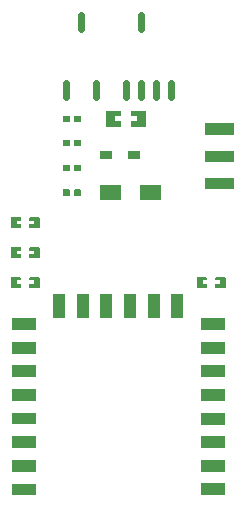
<source format=gtp>
G04 Layer: TopPasteMaskLayer*
G04 EasyEDA v6.4.25, 2021-09-19T13:56:21+08:00*
G04 cf7ef8cfdd7b4478b9a214f7d578d54c,d03eed67808b488db07f83a96349b93e,10*
G04 Gerber Generator version 0.2*
G04 Scale: 100 percent, Rotated: No, Reflected: No *
G04 Dimensions in inches *
G04 leading zeros omitted , absolute positions ,3 integer and 6 decimal *
%FSLAX36Y36*%
%MOIN*%

%ADD12C,0.0220*%
%ADD15R,0.0394X0.0295*%
%ADD18R,0.0787X0.0394*%
%ADD19R,0.0394X0.0787*%

%LPD*%
G36*
X254840Y-674180D02*
G01*
X252079Y-676140D01*
X252079Y-693860D01*
X254840Y-695819D01*
X273740Y-695819D01*
X275700Y-693860D01*
X275700Y-676140D01*
X273740Y-674180D01*
G37*
G36*
X216260Y-674180D02*
G01*
X214300Y-676140D01*
X214300Y-693860D01*
X216260Y-695819D01*
X235159Y-695819D01*
X237920Y-693860D01*
X237920Y-676140D01*
X235159Y-674180D01*
G37*
G36*
X254880Y-757480D02*
G01*
X252120Y-759440D01*
X252120Y-777159D01*
X254880Y-779120D01*
X273780Y-779120D01*
X275740Y-777159D01*
X275740Y-759440D01*
X273780Y-757480D01*
G37*
G36*
X216300Y-757480D02*
G01*
X214340Y-759440D01*
X214340Y-777159D01*
X216300Y-779120D01*
X235200Y-779120D01*
X237960Y-777159D01*
X237960Y-759440D01*
X235200Y-757480D01*
G37*
G36*
X216260Y-594180D02*
G01*
X214300Y-596140D01*
X214300Y-613860D01*
X216260Y-615820D01*
X235159Y-615820D01*
X237920Y-613860D01*
X237920Y-596140D01*
X235159Y-594180D01*
G37*
G36*
X254840Y-594180D02*
G01*
X252079Y-596140D01*
X252079Y-613860D01*
X254840Y-615820D01*
X273740Y-615820D01*
X275700Y-613860D01*
X275700Y-596140D01*
X273740Y-594180D01*
G37*
G36*
X216260Y-839180D02*
G01*
X214300Y-841140D01*
X214300Y-858860D01*
X216260Y-860819D01*
X235159Y-860819D01*
X237920Y-858860D01*
X237920Y-841140D01*
X235159Y-839180D01*
G37*
G36*
X254840Y-839180D02*
G01*
X252079Y-841140D01*
X252079Y-858860D01*
X254840Y-860819D01*
X273740Y-860819D01*
X275700Y-858860D01*
X275700Y-841140D01*
X273740Y-839180D01*
G37*
G36*
X361040Y-577040D02*
G01*
X359080Y-579020D01*
X359080Y-629400D01*
X361040Y-631380D01*
X406320Y-631380D01*
X408280Y-629400D01*
X408100Y-612880D01*
X390760Y-612880D01*
X390760Y-595160D01*
X408480Y-595160D01*
X408280Y-579020D01*
X406320Y-577040D01*
G37*
G36*
X445680Y-577040D02*
G01*
X443720Y-579020D01*
X443920Y-595160D01*
X461240Y-595160D01*
X461240Y-612880D01*
X443720Y-612880D01*
X443720Y-629400D01*
X445680Y-631380D01*
X490959Y-631380D01*
X492939Y-629400D01*
X492939Y-579020D01*
X490959Y-577040D01*
G37*
G36*
X725560Y-1132280D02*
G01*
X723580Y-1134260D01*
X723580Y-1143220D01*
X738160Y-1143220D01*
X738160Y-1156220D01*
X723580Y-1156220D01*
X723580Y-1165740D01*
X725560Y-1167720D01*
X757039Y-1167720D01*
X759020Y-1165740D01*
X759020Y-1134260D01*
X757039Y-1132280D01*
G37*
G36*
X662960Y-1132280D02*
G01*
X660980Y-1134260D01*
X660980Y-1165740D01*
X662960Y-1167720D01*
X694060Y-1167720D01*
X696020Y-1165740D01*
X696020Y-1156220D01*
X681060Y-1156220D01*
X681060Y-1143220D01*
X696020Y-1143220D01*
X696020Y-1134260D01*
X694060Y-1132280D01*
G37*
G36*
X42960Y-932280D02*
G01*
X40980Y-934260D01*
X40980Y-965740D01*
X42960Y-967720D01*
X74440Y-967720D01*
X76420Y-965740D01*
X76420Y-956780D01*
X61840Y-956780D01*
X61840Y-943780D01*
X76420Y-943780D01*
X76420Y-934260D01*
X74440Y-932280D01*
G37*
G36*
X105940Y-932280D02*
G01*
X103980Y-934260D01*
X103980Y-943780D01*
X118940Y-943780D01*
X118940Y-956780D01*
X103980Y-956780D01*
X103980Y-965740D01*
X105940Y-967720D01*
X137040Y-967720D01*
X139020Y-965740D01*
X139020Y-934260D01*
X137040Y-932280D01*
G37*
G36*
X42960Y-1032280D02*
G01*
X40980Y-1034260D01*
X40980Y-1065740D01*
X42960Y-1067720D01*
X74440Y-1067720D01*
X76420Y-1065740D01*
X76420Y-1056780D01*
X61840Y-1056780D01*
X61840Y-1043780D01*
X76420Y-1043780D01*
X76420Y-1034260D01*
X74440Y-1032280D01*
G37*
G36*
X105940Y-1032280D02*
G01*
X103980Y-1034260D01*
X103980Y-1043780D01*
X118940Y-1043780D01*
X118940Y-1056780D01*
X103980Y-1056780D01*
X103980Y-1065740D01*
X105940Y-1067720D01*
X137040Y-1067720D01*
X139020Y-1065740D01*
X139020Y-1034260D01*
X137040Y-1032280D01*
G37*
G36*
X105559Y-1132280D02*
G01*
X103580Y-1134260D01*
X103580Y-1143220D01*
X118160Y-1143220D01*
X118160Y-1156220D01*
X103580Y-1156220D01*
X103580Y-1165740D01*
X105559Y-1167720D01*
X137040Y-1167720D01*
X139020Y-1165740D01*
X139020Y-1134260D01*
X137040Y-1132280D01*
G37*
G36*
X42960Y-1132280D02*
G01*
X40980Y-1134260D01*
X40980Y-1165740D01*
X42960Y-1167720D01*
X74060Y-1167720D01*
X76020Y-1165740D01*
X76020Y-1156220D01*
X61060Y-1156220D01*
X61060Y-1143220D01*
X76020Y-1143220D01*
X76020Y-1134260D01*
X74060Y-1132280D01*
G37*
D12*
X225000Y-484762D02*
G01*
X225000Y-531417D01*
X325000Y-484762D02*
G01*
X325000Y-531417D01*
X425000Y-484762D02*
G01*
X425000Y-531417D01*
X475000Y-484762D02*
G01*
X475000Y-531417D01*
X525000Y-484762D02*
G01*
X525000Y-531417D01*
X575000Y-484762D02*
G01*
X575000Y-531417D01*
X275000Y-258582D02*
G01*
X275000Y-305237D01*
X475000Y-258582D02*
G01*
X475000Y-305237D01*
D15*
G01*
X358840Y-725000D03*
G01*
X451159Y-725000D03*
G36*
X45639Y-1820459D02*
G01*
X124380Y-1820459D01*
X124380Y-1859830D01*
X45639Y-1859830D01*
G37*
G36*
X45650Y-1741720D02*
G01*
X124389Y-1741720D01*
X124389Y-1781089D01*
X45650Y-1781089D01*
G37*
G36*
X45639Y-1662979D02*
G01*
X124380Y-1662979D01*
X124380Y-1702350D01*
X45639Y-1702350D01*
G37*
G36*
X45670Y-1584240D02*
G01*
X124409Y-1584240D01*
X124409Y-1623609D01*
X45670Y-1623609D01*
G37*
G36*
X45639Y-1505500D02*
G01*
X124380Y-1505500D01*
X124380Y-1544870D01*
X45639Y-1544870D01*
G37*
G36*
X45610Y-1426759D02*
G01*
X124349Y-1426759D01*
X124349Y-1466129D01*
X45610Y-1466129D01*
G37*
G36*
X45659Y-1348018D02*
G01*
X124400Y-1348018D01*
X124400Y-1387388D01*
X45659Y-1387388D01*
G37*
G36*
X45720Y-1269279D02*
G01*
X124459Y-1269279D01*
X124459Y-1308649D01*
X45720Y-1308649D01*
G37*
D19*
G01*
X203279Y-1229870D03*
G01*
X282020Y-1229899D03*
G01*
X360729Y-1229899D03*
G01*
X439499Y-1229899D03*
G01*
X518189Y-1229920D03*
G01*
X596849Y-1229859D03*
D18*
G01*
X714989Y-1288960D03*
G01*
X715019Y-1367699D03*
G01*
X715019Y-1446439D03*
G01*
X715019Y-1525189D03*
G01*
X715019Y-1603930D03*
G01*
X715019Y-1682660D03*
G01*
X715019Y-1761410D03*
G01*
X715019Y-1840149D03*
G36*
X408209Y-824488D02*
G01*
X408209Y-875511D01*
X339016Y-875511D01*
X339016Y-824488D01*
G37*
G36*
X471790Y-824488D02*
G01*
X471790Y-875511D01*
X540983Y-875511D01*
X540983Y-824488D01*
G37*
G36*
X785236Y-839843D02*
G01*
X785236Y-801260D01*
X687991Y-801260D01*
X687991Y-839843D01*
G37*
G36*
X785236Y-749290D02*
G01*
X785236Y-710709D01*
X687991Y-710709D01*
X687991Y-749290D01*
G37*
G36*
X785236Y-658739D02*
G01*
X785236Y-620156D01*
X687991Y-620156D01*
X687991Y-658739D01*
G37*
M02*

</source>
